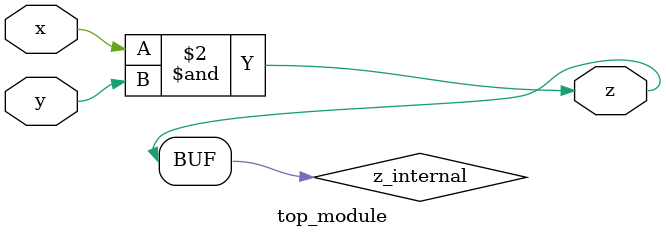
<source format=sv>
module top_module(
    input x,
    input y,
    output z);
    
    // Define internal signals
    reg z_internal;
    
    always @(*) begin
        z_internal = x & y;
    end
    
    assign z = z_internal;
    
endmodule

</source>
